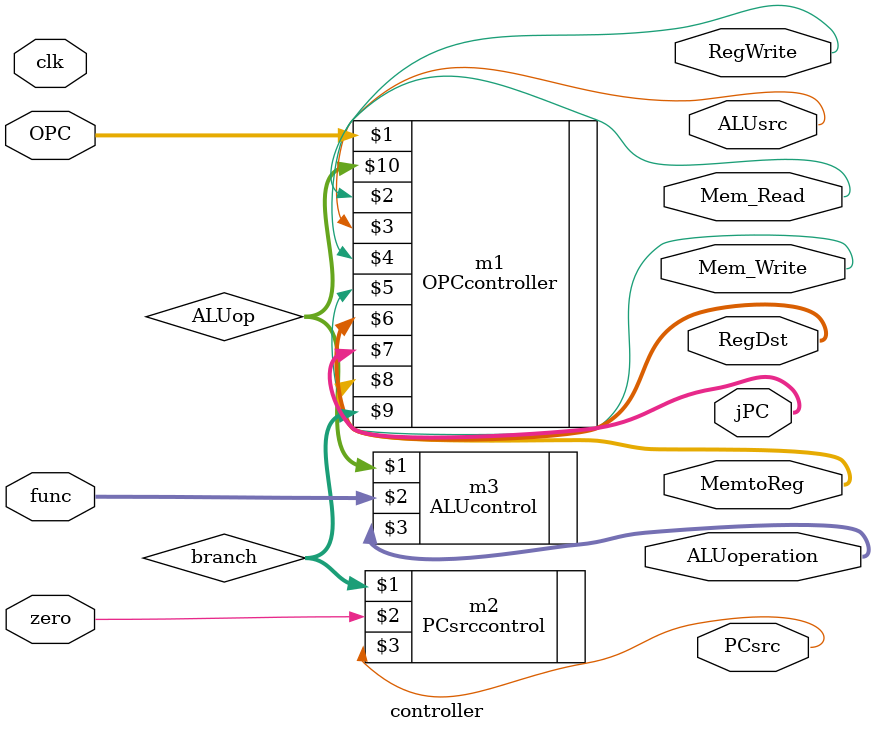
<source format=sv>
`timescale 1ns/1ns
module controller(input clk,zero, input[5:0] OPC,func, output RegWrite, ALUsrc, Mem_Read, Mem_Write, PCsrc, output [1:0] RegDst,jPC, MemtoReg, output [2:0] ALUoperation);
  logic [1:0] branch;
  logic [2:0] ALUop;
  OPCcontroller m1 (OPC, RegWrite, ALUsrc, Mem_Read, Mem_Write, RegDst, jPC, MemtoReg, branch, ALUop);
  PCsrccontrol m2 (branch, zero, PCsrc);
  ALUcontrol m3 (ALUop, func, ALUoperation);
endmodule
</source>
